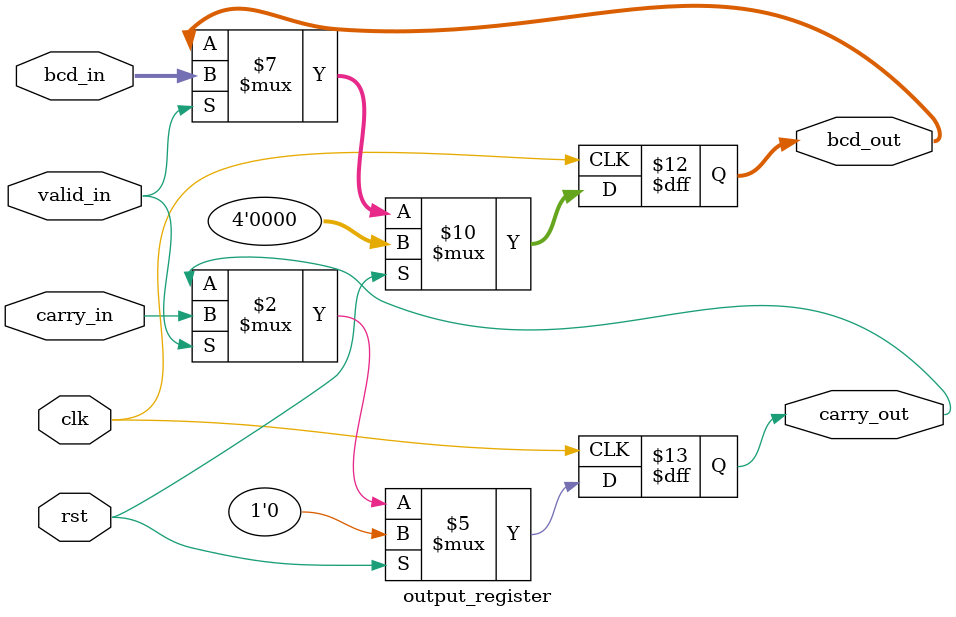
<source format=sv>

module counter_bcd (
    input wire clk, rst, en,
    output wire [3:0] bcd,
    output wire carry
);
    // 内部连线
    wire [3:0] next_bcd_stage1;
    wire carry_stage1;
    wire valid_stage1;
    
    wire [3:0] next_bcd_stage2;
    wire carry_stage2;
    wire valid_stage2;
    
    // 实例化计算阶段子模块
    bcd_compute_stage compute_unit (
        .clk(clk),
        .rst(rst),
        .en(en),
        .current_bcd(bcd),
        .next_bcd(next_bcd_stage1),
        .carry_out(carry_stage1),
        .valid_out(valid_stage1)
    );
    
    // 实例化流水线寄存器子模块
    pipeline_register pipeline_reg (
        .clk(clk),
        .rst(rst),
        .bcd_in(next_bcd_stage1),
        .carry_in(carry_stage1),
        .valid_in(valid_stage1),
        .bcd_out(next_bcd_stage2),
        .carry_out(carry_stage2),
        .valid_out(valid_stage2)
    );
    
    // 实例化输出寄存器子模块
    output_register output_reg (
        .clk(clk),
        .rst(rst),
        .valid_in(valid_stage2),
        .bcd_in(next_bcd_stage2),
        .carry_in(carry_stage2),
        .bcd_out(bcd),
        .carry_out(carry)
    );
endmodule

// 计算阶段子模块 - 负责BCD计数逻辑
module bcd_compute_stage (
    input wire clk,
    input wire rst,
    input wire en,
    input wire [3:0] current_bcd,
    output reg [3:0] next_bcd,
    output reg carry_out,
    output reg valid_out
);
    always @(posedge clk) begin
        if (rst) begin
            next_bcd <= 4'd0;
            carry_out <= 1'b0;
            valid_out <= 1'b0;
        end else begin
            valid_out <= en;
            if (en) begin
                if (current_bcd == 4'd9) begin
                    next_bcd <= 4'd0;
                    carry_out <= 1'b1;
                end else begin
                    next_bcd <= current_bcd + 4'd1;
                    carry_out <= 1'b0;
                end
            end else begin
                next_bcd <= current_bcd;
                carry_out <= 1'b0;
            end
        end
    end
endmodule

// 流水线寄存器子模块 - 负责数据流水线传递
module pipeline_register (
    input wire clk,
    input wire rst,
    input wire [3:0] bcd_in,
    input wire carry_in,
    input wire valid_in,
    output reg [3:0] bcd_out,
    output reg carry_out,
    output reg valid_out
);
    always @(posedge clk) begin
        if (rst) begin
            bcd_out <= 4'd0;
            carry_out <= 1'b0;
            valid_out <= 1'b0;
        end else begin
            bcd_out <= bcd_in;
            carry_out <= carry_in;
            valid_out <= valid_in;
        end
    end
endmodule

// 输出寄存器子模块 - 负责最终结果更新
module output_register (
    input wire clk,
    input wire rst,
    input wire valid_in,
    input wire [3:0] bcd_in,
    input wire carry_in,
    output reg [3:0] bcd_out,
    output reg carry_out
);
    always @(posedge clk) begin
        if (rst) begin
            bcd_out <= 4'd0;
            carry_out <= 1'b0;
        end else if (valid_in) begin
            bcd_out <= bcd_in;
            carry_out <= carry_in;
        end
    end
endmodule
</source>
